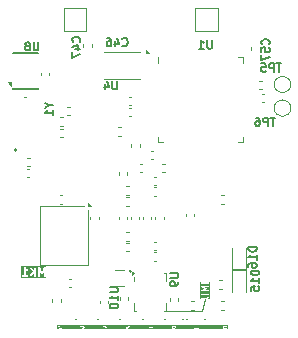
<source format=gbo>
%TF.GenerationSoftware,KiCad,Pcbnew,9.0.0*%
%TF.CreationDate,2025-03-28T20:31:48-04:00*%
%TF.ProjectId,Expansion_Card_Retrofit,45787061-6e73-4696-9f6e-5f436172645f,X1*%
%TF.SameCoordinates,Original*%
%TF.FileFunction,Legend,Bot*%
%TF.FilePolarity,Positive*%
%FSLAX45Y45*%
G04 Gerber Fmt 4.5, Leading zero omitted, Abs format (unit mm)*
G04 Created by KiCad (PCBNEW 9.0.0) date 2025-03-28 20:31:48*
%MOMM*%
%LPD*%
G01*
G04 APERTURE LIST*
%ADD10C,0.075000*%
%ADD11C,0.101600*%
%ADD12C,0.150000*%
%ADD13C,0.120000*%
%ADD14C,0.100000*%
%ADD15C,0.200000*%
%ADD16C,0.140357*%
G04 APERTURE END LIST*
D10*
G36*
X1488004Y22825D02*
G01*
X1489949Y21852D01*
X1490517Y21284D01*
X1491277Y19763D01*
X1491277Y18677D01*
X1490517Y17156D01*
X1489949Y16588D01*
X1488004Y15615D01*
X1483137Y14398D01*
X1476918Y14398D01*
X1472051Y15615D01*
X1470106Y16588D01*
X1469538Y17156D01*
X1468777Y18677D01*
X1468777Y19763D01*
X1469538Y21284D01*
X1470106Y21852D01*
X1472051Y22825D01*
X1476918Y24041D01*
X1483137Y24041D01*
X1488004Y22825D01*
G37*
G36*
X1921260Y24253D02*
G01*
X1923205Y23281D01*
X1925006Y21480D01*
X1925962Y18611D01*
X1925962Y15827D01*
X1903462Y15827D01*
X1903462Y18611D01*
X1904418Y21480D01*
X1906219Y23281D01*
X1908164Y24253D01*
X1913031Y25470D01*
X1916393Y25470D01*
X1921260Y24253D01*
G37*
G36*
X1937212Y720D02*
G01*
X491561Y720D01*
X491561Y22077D01*
X495311Y22077D01*
X495311Y14934D01*
X495348Y14750D01*
X495321Y14668D01*
X495479Y14089D01*
X495597Y13499D01*
X495658Y13438D01*
X495707Y13257D01*
X497136Y10400D01*
X497504Y9925D01*
X497838Y9426D01*
X499267Y7997D01*
X500483Y7184D01*
X503353Y7184D01*
X505383Y9213D01*
X505383Y12083D01*
X504570Y13300D01*
X503572Y14298D01*
X502811Y15820D01*
X502811Y21192D01*
X503572Y22713D01*
X504140Y23281D01*
X505661Y24041D01*
X511033Y24041D01*
X512554Y23281D01*
X513122Y22713D01*
X513883Y21192D01*
X513883Y15820D01*
X513122Y14298D01*
X512124Y13300D01*
X511311Y12083D01*
X511311Y11885D01*
X511186Y11732D01*
X511311Y10476D01*
X511311Y9213D01*
X511451Y9073D01*
X511471Y8876D01*
X512448Y8076D01*
X513341Y7184D01*
X513539Y7184D01*
X513692Y7058D01*
X515149Y6917D01*
X529435Y8346D01*
X530310Y8613D01*
X530497Y8613D01*
X530579Y8695D01*
X530834Y8773D01*
X531634Y9750D01*
X532526Y10642D01*
X532578Y10904D01*
X532652Y10994D01*
X532633Y11180D01*
X532811Y12077D01*
X532811Y26363D01*
X532810Y26369D01*
X688790Y26369D01*
X688790Y23499D01*
X690820Y21470D01*
X692255Y21184D01*
X698505Y21184D01*
X698505Y10649D01*
X698790Y9213D01*
X699226Y8777D01*
X699422Y8191D01*
X700202Y7801D01*
X700819Y7184D01*
X701437Y7184D01*
X701989Y6908D01*
X703440Y7091D01*
X724869Y14234D01*
X726140Y14958D01*
X727424Y17526D01*
X726516Y20248D01*
X723949Y21532D01*
X722497Y21349D01*
X706005Y15851D01*
X706005Y21184D01*
X712255Y21184D01*
X713690Y21470D01*
X714297Y22077D01*
X881698Y22077D01*
X881698Y13506D01*
X881734Y13321D01*
X881707Y13240D01*
X881866Y12660D01*
X881983Y12071D01*
X882044Y12010D01*
X882094Y11829D01*
X883522Y8972D01*
X883890Y8497D01*
X884225Y7997D01*
X885653Y6568D01*
X886870Y5755D01*
X889740Y5755D01*
X891769Y7785D01*
X891769Y10655D01*
X890956Y11872D01*
X889958Y12870D01*
X889198Y14391D01*
X889198Y21192D01*
X889958Y22713D01*
X890526Y23281D01*
X892047Y24041D01*
X897420Y24041D01*
X898941Y23281D01*
X899508Y22713D01*
X900269Y21192D01*
X900269Y17791D01*
X900477Y16746D01*
X900467Y16590D01*
X900520Y16529D01*
X900555Y16356D01*
X901488Y15423D01*
X902357Y14430D01*
X902490Y14421D01*
X902584Y14327D01*
X903903Y14327D01*
X905221Y14239D01*
X905373Y14327D01*
X905454Y14327D01*
X905564Y14437D01*
X906489Y14969D01*
X911698Y19527D01*
X911698Y9220D01*
X911983Y7785D01*
X914013Y5755D01*
X916883Y5755D01*
X918912Y7785D01*
X919198Y9220D01*
X919198Y27791D01*
X1074891Y27791D01*
X1074891Y9220D01*
X1075177Y7785D01*
X1077206Y5755D01*
X1077206Y5755D01*
X1080076Y5755D01*
X1080076Y5755D01*
X1080076Y5756D01*
X1081293Y6568D01*
X1097809Y23085D01*
X1100678Y24041D01*
X1102041Y24041D01*
X1103562Y23281D01*
X1104130Y22713D01*
X1104891Y21192D01*
X1104891Y15820D01*
X1104130Y14298D01*
X1103132Y13300D01*
X1102319Y12083D01*
X1102319Y9214D01*
X1104349Y7184D01*
X1107219Y7184D01*
X1108436Y7997D01*
X1109864Y9425D01*
X1110198Y9925D01*
X1110567Y10400D01*
X1111995Y13257D01*
X1112045Y13438D01*
X1112106Y13499D01*
X1112223Y14088D01*
X1112382Y14668D01*
X1112354Y14750D01*
X1112391Y14934D01*
X1112391Y22077D01*
X1112354Y22261D01*
X1112382Y22343D01*
X1112223Y22923D01*
X1112106Y23512D01*
X1112045Y23573D01*
X1111995Y23754D01*
X1110567Y26611D01*
X1110198Y27086D01*
X1109864Y27586D01*
X1109659Y27791D01*
X1268084Y27791D01*
X1268084Y10649D01*
X1268370Y9213D01*
X1270399Y7184D01*
X1273269Y7184D01*
X1275299Y9213D01*
X1275584Y10649D01*
X1275584Y15470D01*
X1291560Y15470D01*
X1291337Y15183D01*
X1289909Y12325D01*
X1289522Y10914D01*
X1290430Y8191D01*
X1292997Y6908D01*
X1295720Y7816D01*
X1296617Y8972D01*
X1297773Y11284D01*
X1299937Y13448D01*
X1303914Y16100D01*
X1304950Y17133D01*
X1305026Y17512D01*
X1305299Y17785D01*
X1305299Y18877D01*
X1305513Y19948D01*
X1305299Y20269D01*
X1305299Y20649D01*
X1461277Y20649D01*
X1461277Y17791D01*
X1461314Y17607D01*
X1461287Y17526D01*
X1461445Y16946D01*
X1461563Y16356D01*
X1461624Y16296D01*
X1461673Y16114D01*
X1463102Y13257D01*
X1463470Y12783D01*
X1463804Y12282D01*
X1465233Y10854D01*
X1465732Y10521D01*
X1466207Y10152D01*
X1469065Y8723D01*
X1469461Y8615D01*
X1469832Y8439D01*
X1475546Y7010D01*
X1476005Y6988D01*
X1476456Y6898D01*
X1483599Y6898D01*
X1484050Y6988D01*
X1484508Y7010D01*
X1490223Y8439D01*
X1490594Y8615D01*
X1490990Y8723D01*
X1493847Y10152D01*
X1494322Y10520D01*
X1494822Y10854D01*
X1496250Y12282D01*
X1496584Y12782D01*
X1496953Y13257D01*
X1497080Y13512D01*
X1654756Y13512D01*
X1654756Y10642D01*
X1656785Y8613D01*
X1658221Y8327D01*
X1688221Y8327D01*
X1689656Y8613D01*
X1691685Y10642D01*
X1691685Y10642D01*
X1691971Y12077D01*
X1691971Y26363D01*
X1691715Y27648D01*
X1692799Y27648D01*
X1692799Y7934D01*
X1693085Y6499D01*
X1695114Y4470D01*
X1697984Y4470D01*
X1700014Y6499D01*
X1700299Y7934D01*
X1700299Y19220D01*
X1895962Y19220D01*
X1895962Y12077D01*
X1896248Y10642D01*
X1896248Y10642D01*
X1898277Y8613D01*
X1899712Y8327D01*
X1929712Y8327D01*
X1931147Y8613D01*
X1933177Y10642D01*
X1933177Y10642D01*
X1933462Y12077D01*
X1933462Y19220D01*
X1933345Y19810D01*
X1933270Y20406D01*
X1931841Y24692D01*
X1931748Y24855D01*
X1931748Y24941D01*
X1931414Y25440D01*
X1931116Y25963D01*
X1931039Y26001D01*
X1930935Y26157D01*
X1928078Y29014D01*
X1927578Y29349D01*
X1927103Y29717D01*
X1924246Y31145D01*
X1923850Y31254D01*
X1923479Y31429D01*
X1917764Y32858D01*
X1917306Y32880D01*
X1916855Y32970D01*
X1912569Y32970D01*
X1912118Y32880D01*
X1911660Y32858D01*
X1905945Y31429D01*
X1905574Y31254D01*
X1905178Y31145D01*
X1902321Y29717D01*
X1901845Y29348D01*
X1901346Y29014D01*
X1898489Y26157D01*
X1898384Y26001D01*
X1898308Y25963D01*
X1898010Y25441D01*
X1897676Y24941D01*
X1897676Y24855D01*
X1897583Y24691D01*
X1896154Y20406D01*
X1896079Y19809D01*
X1895962Y19220D01*
X1700299Y19220D01*
X1700299Y27648D01*
X1700014Y29084D01*
X1697984Y31113D01*
X1695114Y31113D01*
X1693085Y29084D01*
X1692799Y27648D01*
X1691715Y27648D01*
X1691685Y27798D01*
X1689656Y29827D01*
X1686785Y29827D01*
X1684756Y27798D01*
X1684471Y26363D01*
X1684471Y15827D01*
X1677685Y15827D01*
X1677685Y22077D01*
X1677399Y23512D01*
X1675370Y25542D01*
X1672500Y25542D01*
X1670470Y23512D01*
X1670185Y22077D01*
X1670185Y15827D01*
X1658221Y15827D01*
X1656785Y15542D01*
X1654756Y13512D01*
X1497080Y13512D01*
X1498381Y16114D01*
X1498431Y16296D01*
X1498492Y16356D01*
X1498609Y16946D01*
X1498768Y17526D01*
X1498741Y17607D01*
X1498777Y17791D01*
X1498777Y20649D01*
X1498741Y20833D01*
X1498768Y20914D01*
X1498609Y21494D01*
X1498492Y22084D01*
X1498431Y22144D01*
X1498381Y22326D01*
X1496953Y25183D01*
X1496584Y25658D01*
X1496250Y26157D01*
X1494822Y27586D01*
X1494322Y27920D01*
X1493847Y28288D01*
X1490990Y29717D01*
X1490594Y29825D01*
X1490223Y30001D01*
X1484508Y31429D01*
X1484050Y31452D01*
X1483599Y31541D01*
X1476456Y31541D01*
X1476005Y31452D01*
X1475546Y31429D01*
X1469832Y30001D01*
X1469461Y29825D01*
X1469065Y29717D01*
X1466207Y28288D01*
X1465732Y27919D01*
X1465233Y27586D01*
X1463804Y26157D01*
X1463470Y25657D01*
X1463102Y25183D01*
X1461673Y22326D01*
X1461624Y22144D01*
X1461563Y22084D01*
X1461445Y21494D01*
X1461287Y20914D01*
X1461314Y20833D01*
X1461277Y20649D01*
X1305299Y20649D01*
X1305299Y20655D01*
X1304526Y21428D01*
X1303921Y22336D01*
X1303542Y22412D01*
X1303269Y22684D01*
X1301834Y22970D01*
X1275584Y22970D01*
X1275584Y27791D01*
X1275299Y29226D01*
X1273269Y31256D01*
X1270399Y31256D01*
X1268370Y29226D01*
X1268084Y27791D01*
X1109659Y27791D01*
X1108436Y29014D01*
X1107936Y29349D01*
X1107461Y29717D01*
X1104604Y31145D01*
X1104423Y31195D01*
X1104362Y31256D01*
X1103772Y31373D01*
X1103193Y31532D01*
X1103111Y31505D01*
X1102927Y31541D01*
X1100070Y31541D01*
X1099480Y31424D01*
X1098884Y31349D01*
X1094598Y29920D01*
X1094435Y29827D01*
X1094349Y29827D01*
X1093849Y29493D01*
X1093327Y29196D01*
X1093288Y29119D01*
X1093132Y29014D01*
X1082391Y18273D01*
X1082391Y27791D01*
X1082106Y29226D01*
X1080076Y31256D01*
X1077206Y31256D01*
X1075177Y29226D01*
X1074891Y27791D01*
X919198Y27791D01*
X918990Y28837D01*
X919000Y28993D01*
X918947Y29054D01*
X918912Y29226D01*
X917978Y30160D01*
X917110Y31153D01*
X916977Y31162D01*
X916883Y31256D01*
X915563Y31256D01*
X914246Y31344D01*
X914094Y31256D01*
X914013Y31256D01*
X913902Y31146D01*
X912978Y30613D01*
X906693Y25114D01*
X905945Y26611D01*
X905576Y27086D01*
X905242Y27586D01*
X903814Y29014D01*
X903314Y29349D01*
X902839Y29717D01*
X899982Y31145D01*
X899801Y31195D01*
X899740Y31256D01*
X899150Y31373D01*
X898571Y31532D01*
X898489Y31505D01*
X898305Y31541D01*
X891162Y31541D01*
X890978Y31505D01*
X890896Y31532D01*
X890317Y31373D01*
X889727Y31256D01*
X889666Y31195D01*
X889485Y31145D01*
X886628Y29717D01*
X886153Y29348D01*
X885653Y29014D01*
X884225Y27586D01*
X883891Y27086D01*
X883522Y26611D01*
X882094Y23754D01*
X882044Y23573D01*
X881983Y23512D01*
X881866Y22922D01*
X881707Y22343D01*
X881734Y22261D01*
X881698Y22077D01*
X714297Y22077D01*
X715719Y23499D01*
X715719Y26369D01*
X713690Y28399D01*
X712255Y28684D01*
X706005Y28684D01*
X706005Y29220D01*
X705719Y30655D01*
X703690Y32684D01*
X700819Y32684D01*
X698790Y30655D01*
X698505Y29220D01*
X698505Y28684D01*
X692255Y28684D01*
X690820Y28399D01*
X688790Y26369D01*
X532810Y26369D01*
X532526Y27798D01*
X530497Y29827D01*
X527626Y29827D01*
X525597Y27798D01*
X525311Y26363D01*
X525311Y15471D01*
X521383Y15078D01*
X521383Y22077D01*
X521346Y22261D01*
X521373Y22343D01*
X521214Y22923D01*
X521097Y23512D01*
X521036Y23573D01*
X520987Y23754D01*
X519558Y26611D01*
X519190Y27086D01*
X518856Y27586D01*
X517427Y29014D01*
X516927Y29349D01*
X516453Y29717D01*
X513596Y31145D01*
X513414Y31195D01*
X513354Y31256D01*
X512764Y31373D01*
X512184Y31532D01*
X512103Y31505D01*
X511918Y31541D01*
X504776Y31541D01*
X504591Y31505D01*
X504510Y31532D01*
X503930Y31373D01*
X503341Y31256D01*
X503280Y31195D01*
X503099Y31145D01*
X500241Y29717D01*
X499766Y29348D01*
X499267Y29014D01*
X497838Y27586D01*
X497504Y27086D01*
X497136Y26611D01*
X495707Y23754D01*
X495658Y23573D01*
X495597Y23512D01*
X495479Y22922D01*
X495321Y22343D01*
X495348Y22261D01*
X495311Y22077D01*
X491561Y22077D01*
X491561Y36720D01*
X1937212Y36720D01*
X1937212Y720D01*
G37*
D11*
X1720000Y155000D02*
X1416000Y154000D01*
X1745000Y255000D02*
X1720953Y155003D01*
G36*
X1783893Y254868D02*
G01*
X1702336Y254868D01*
X1702336Y301766D01*
X1709209Y301766D01*
X1709209Y297878D01*
X1711958Y295128D01*
X1713902Y294742D01*
X1759995Y294742D01*
X1763749Y292865D01*
X1765365Y291249D01*
X1767242Y287495D01*
X1767242Y278766D01*
X1765365Y275012D01*
X1763749Y273396D01*
X1759995Y271519D01*
X1713902Y271519D01*
X1711958Y271132D01*
X1709209Y268383D01*
X1709209Y264495D01*
X1711958Y261745D01*
X1713902Y261359D01*
X1761194Y261359D01*
X1761444Y261408D01*
X1761554Y261372D01*
X1762340Y261587D01*
X1763138Y261745D01*
X1763221Y261828D01*
X1763466Y261895D01*
X1769030Y264677D01*
X1769673Y265176D01*
X1770350Y265629D01*
X1773132Y268411D01*
X1773585Y269088D01*
X1774084Y269731D01*
X1776866Y275295D01*
X1776933Y275540D01*
X1777015Y275622D01*
X1777174Y276421D01*
X1777389Y277206D01*
X1777352Y277317D01*
X1777402Y277566D01*
X1777402Y288694D01*
X1777352Y288944D01*
X1777389Y289054D01*
X1777174Y289840D01*
X1777015Y290638D01*
X1776933Y290720D01*
X1776866Y290966D01*
X1774084Y296530D01*
X1773585Y297173D01*
X1773132Y297850D01*
X1770350Y300632D01*
X1769673Y301084D01*
X1769030Y301583D01*
X1763466Y304365D01*
X1763221Y304433D01*
X1763138Y304515D01*
X1762340Y304674D01*
X1761554Y304889D01*
X1761444Y304852D01*
X1761194Y304902D01*
X1713902Y304902D01*
X1711958Y304515D01*
X1709209Y301766D01*
X1702336Y301766D01*
X1702336Y366810D01*
X1708827Y366810D01*
X1709209Y365761D01*
X1709209Y364643D01*
X1709847Y364005D01*
X1710156Y363156D01*
X1711754Y361984D01*
X1743618Y347114D01*
X1711754Y332244D01*
X1710156Y331072D01*
X1709847Y330223D01*
X1709209Y329585D01*
X1709209Y328468D01*
X1708827Y327418D01*
X1709209Y326600D01*
X1709209Y325697D01*
X1709999Y324907D01*
X1710471Y323894D01*
X1711320Y323586D01*
X1711958Y322947D01*
X1713902Y322561D01*
X1772322Y322561D01*
X1774266Y322947D01*
X1777015Y325697D01*
X1777015Y329585D01*
X1774266Y332334D01*
X1772322Y332721D01*
X1736800Y332721D01*
X1757779Y342511D01*
X1758834Y343285D01*
X1759061Y343368D01*
X1759121Y343496D01*
X1759377Y343683D01*
X1759971Y345316D01*
X1760706Y346891D01*
X1760624Y347114D01*
X1760706Y347337D01*
X1759971Y348912D01*
X1759377Y350545D01*
X1759121Y350733D01*
X1759061Y350860D01*
X1758834Y350943D01*
X1757779Y351717D01*
X1736800Y361507D01*
X1772322Y361507D01*
X1774266Y361894D01*
X1777015Y364643D01*
X1777015Y368531D01*
X1774266Y371281D01*
X1772322Y371667D01*
X1713902Y371667D01*
X1711958Y371281D01*
X1711320Y370642D01*
X1710471Y370334D01*
X1709999Y369321D01*
X1709209Y368531D01*
X1709209Y367629D01*
X1708827Y366810D01*
X1702336Y366810D01*
X1702336Y396350D01*
X1709209Y396350D01*
X1709209Y392462D01*
X1711958Y389713D01*
X1713902Y389326D01*
X1772322Y389326D01*
X1774266Y389713D01*
X1777015Y392462D01*
X1777015Y396350D01*
X1774266Y399100D01*
X1772322Y399486D01*
X1713902Y399486D01*
X1711958Y399100D01*
X1709209Y396350D01*
X1702336Y396350D01*
X1702336Y405977D01*
X1783893Y405977D01*
X1783893Y254868D01*
G37*
D12*
X2338333Y1793397D02*
X2298333Y1793397D01*
X2318333Y1723397D02*
X2318333Y1793397D01*
X2275000Y1723397D02*
X2275000Y1793397D01*
X2275000Y1793397D02*
X2248333Y1793397D01*
X2248333Y1793397D02*
X2241667Y1790063D01*
X2241667Y1790063D02*
X2238333Y1786730D01*
X2238333Y1786730D02*
X2235000Y1780063D01*
X2235000Y1780063D02*
X2235000Y1770063D01*
X2235000Y1770063D02*
X2238333Y1763397D01*
X2238333Y1763397D02*
X2241667Y1760063D01*
X2241667Y1760063D02*
X2248333Y1756730D01*
X2248333Y1756730D02*
X2275000Y1756730D01*
X2175000Y1793397D02*
X2188333Y1793397D01*
X2188333Y1793397D02*
X2195000Y1790063D01*
X2195000Y1790063D02*
X2198333Y1786730D01*
X2198333Y1786730D02*
X2205000Y1776730D01*
X2205000Y1776730D02*
X2208333Y1763397D01*
X2208333Y1763397D02*
X2208333Y1736730D01*
X2208333Y1736730D02*
X2205000Y1730063D01*
X2205000Y1730063D02*
X2201667Y1726730D01*
X2201667Y1726730D02*
X2195000Y1723397D01*
X2195000Y1723397D02*
X2181667Y1723397D01*
X2181667Y1723397D02*
X2175000Y1726730D01*
X2175000Y1726730D02*
X2171667Y1730063D01*
X2171667Y1730063D02*
X2168333Y1736730D01*
X2168333Y1736730D02*
X2168333Y1753397D01*
X2168333Y1753397D02*
X2171667Y1760063D01*
X2171667Y1760063D02*
X2175000Y1763397D01*
X2175000Y1763397D02*
X2181667Y1766730D01*
X2181667Y1766730D02*
X2195000Y1766730D01*
X2195000Y1766730D02*
X2201667Y1763397D01*
X2201667Y1763397D02*
X2205000Y1760063D01*
X2205000Y1760063D02*
X2208333Y1753397D01*
G36*
X401944Y438119D02*
G01*
X184866Y438119D01*
X184866Y454860D01*
X192644Y454860D01*
X192644Y451933D01*
X193764Y449230D01*
X195833Y447161D01*
X198537Y446041D01*
X200000Y445897D01*
X240000Y445897D01*
X241463Y446041D01*
X244167Y447161D01*
X246236Y449230D01*
X247356Y451933D01*
X247356Y453805D01*
X259178Y453805D01*
X259592Y450908D01*
X261082Y448390D01*
X263424Y446634D01*
X266258Y445908D01*
X269155Y446322D01*
X271673Y447813D01*
X272667Y448897D01*
X297478Y481979D01*
X299167Y480290D01*
X299167Y453397D01*
X299311Y451933D01*
X300431Y449230D01*
X302500Y447161D01*
X305203Y446041D01*
X308130Y446041D01*
X310833Y447161D01*
X312903Y449230D01*
X314023Y451933D01*
X314167Y453397D01*
X314167Y523397D01*
X332500Y523397D01*
X332500Y453397D01*
X332644Y451933D01*
X333764Y449230D01*
X335833Y447161D01*
X338537Y446041D01*
X341463Y446041D01*
X344167Y447161D01*
X346236Y449230D01*
X347356Y451933D01*
X347500Y453397D01*
X347500Y489590D01*
X356537Y470225D01*
X356854Y469689D01*
X356920Y469508D01*
X357038Y469379D01*
X357286Y468960D01*
X358127Y468190D01*
X358897Y467350D01*
X359199Y467209D01*
X359444Y466984D01*
X360515Y466594D01*
X361548Y466112D01*
X361882Y466097D01*
X362194Y465984D01*
X363333Y466034D01*
X364472Y465984D01*
X364785Y466098D01*
X365118Y466112D01*
X366151Y466594D01*
X367222Y466984D01*
X367468Y467209D01*
X367770Y467350D01*
X368540Y468190D01*
X369380Y468960D01*
X369629Y469379D01*
X369746Y469508D01*
X369812Y469689D01*
X370130Y470225D01*
X379167Y489590D01*
X379167Y453397D01*
X379311Y451933D01*
X380431Y449230D01*
X382500Y447161D01*
X385203Y446041D01*
X388130Y446041D01*
X390833Y447161D01*
X392903Y449230D01*
X394022Y451933D01*
X394167Y453397D01*
X394167Y523397D01*
X394072Y524359D01*
X394080Y524536D01*
X394045Y524630D01*
X394022Y524860D01*
X393524Y526063D01*
X393080Y527286D01*
X392967Y527409D01*
X392903Y527564D01*
X391983Y528484D01*
X391103Y529444D01*
X390951Y529515D01*
X390833Y529633D01*
X389632Y530130D01*
X388451Y530681D01*
X388284Y530689D01*
X388130Y530753D01*
X386829Y530753D01*
X385528Y530810D01*
X385370Y530753D01*
X385203Y530753D01*
X384001Y530255D01*
X382778Y529810D01*
X382654Y529697D01*
X382500Y529633D01*
X381580Y528713D01*
X380620Y527833D01*
X380502Y527635D01*
X380431Y527564D01*
X380363Y527400D01*
X379870Y526568D01*
X363333Y491132D01*
X346796Y526568D01*
X346304Y527400D01*
X346236Y527564D01*
X346164Y527635D01*
X346047Y527833D01*
X345087Y528712D01*
X344167Y529633D01*
X344012Y529697D01*
X343889Y529810D01*
X342666Y530255D01*
X341463Y530753D01*
X341296Y530753D01*
X341139Y530810D01*
X339839Y530753D01*
X338537Y530753D01*
X338382Y530689D01*
X338215Y530681D01*
X337035Y530131D01*
X335833Y529633D01*
X335715Y529515D01*
X335563Y529444D01*
X334684Y528484D01*
X333764Y527564D01*
X333700Y527409D01*
X333587Y527286D01*
X333142Y526063D01*
X332644Y524860D01*
X332621Y524630D01*
X332587Y524536D01*
X332595Y524359D01*
X332500Y523397D01*
X314167Y523397D01*
X314023Y524860D01*
X312903Y527564D01*
X310833Y529633D01*
X308130Y530753D01*
X305203Y530753D01*
X302500Y529633D01*
X300431Y527564D01*
X299311Y524860D01*
X299167Y523397D01*
X299167Y501503D01*
X271970Y528700D01*
X270833Y529633D01*
X268130Y530753D01*
X265204Y530753D01*
X262500Y529633D01*
X260431Y527564D01*
X259311Y524860D01*
X259311Y521934D01*
X260431Y519230D01*
X261363Y518093D01*
X286764Y492693D01*
X260667Y457897D01*
X259904Y456640D01*
X259178Y453805D01*
X247356Y453805D01*
X247356Y454860D01*
X246236Y457563D01*
X244167Y459633D01*
X241463Y460753D01*
X240000Y460897D01*
X227500Y460897D01*
X227500Y501957D01*
X228030Y501427D01*
X228605Y500955D01*
X228735Y500805D01*
X228961Y500663D01*
X229166Y500494D01*
X229349Y500418D01*
X229979Y500022D01*
X236646Y496688D01*
X238019Y496163D01*
X240938Y495956D01*
X243714Y496881D01*
X245925Y498798D01*
X247234Y501416D01*
X247441Y504335D01*
X246516Y507111D01*
X244598Y509322D01*
X243354Y510105D01*
X237776Y512894D01*
X232495Y518175D01*
X226240Y527557D01*
X226237Y527561D01*
X226236Y527564D01*
X226231Y527569D01*
X225309Y528695D01*
X224692Y529108D01*
X224167Y529633D01*
X223488Y529914D01*
X222877Y530323D01*
X222149Y530469D01*
X221463Y530753D01*
X220728Y530753D01*
X220008Y530897D01*
X219279Y530753D01*
X218537Y530753D01*
X217858Y530471D01*
X217137Y530329D01*
X216519Y529917D01*
X215833Y529633D01*
X215313Y529113D01*
X214702Y528706D01*
X214289Y528089D01*
X213764Y527564D01*
X213483Y526885D01*
X213074Y526274D01*
X212928Y525546D01*
X212644Y524860D01*
X212501Y523412D01*
X212500Y523405D01*
X212500Y523402D01*
X212500Y523397D01*
X212500Y460897D01*
X200000Y460897D01*
X198537Y460753D01*
X195833Y459633D01*
X193764Y457563D01*
X192644Y454860D01*
X184866Y454860D01*
X184866Y538675D01*
X401944Y538675D01*
X401944Y438119D01*
G37*
X423270Y1898333D02*
X456603Y1898333D01*
X386603Y1921667D02*
X423270Y1898333D01*
X423270Y1898333D02*
X386603Y1875000D01*
X456603Y1815000D02*
X456603Y1855000D01*
X456603Y1835000D02*
X386603Y1835000D01*
X386603Y1835000D02*
X396603Y1841667D01*
X396603Y1841667D02*
X403270Y1848333D01*
X403270Y1848333D02*
X406603Y1855000D01*
X998333Y2103397D02*
X998333Y2046730D01*
X998333Y2046730D02*
X995000Y2040063D01*
X995000Y2040063D02*
X991667Y2036730D01*
X991667Y2036730D02*
X985000Y2033397D01*
X985000Y2033397D02*
X971667Y2033397D01*
X971667Y2033397D02*
X965000Y2036730D01*
X965000Y2036730D02*
X961667Y2040063D01*
X961667Y2040063D02*
X958333Y2046730D01*
X958333Y2046730D02*
X958333Y2103397D01*
X895000Y2080063D02*
X895000Y2033397D01*
X911667Y2106730D02*
X928333Y2056730D01*
X928333Y2056730D02*
X885000Y2056730D01*
X333333Y2433397D02*
X333333Y2376730D01*
X333333Y2376730D02*
X330000Y2370063D01*
X330000Y2370063D02*
X326667Y2366730D01*
X326667Y2366730D02*
X320000Y2363397D01*
X320000Y2363397D02*
X306667Y2363397D01*
X306667Y2363397D02*
X300000Y2366730D01*
X300000Y2366730D02*
X296667Y2370063D01*
X296667Y2370063D02*
X293333Y2376730D01*
X293333Y2376730D02*
X293333Y2433397D01*
X250000Y2403397D02*
X256667Y2406730D01*
X256667Y2406730D02*
X260000Y2410063D01*
X260000Y2410063D02*
X263333Y2416730D01*
X263333Y2416730D02*
X263333Y2420063D01*
X263333Y2420063D02*
X260000Y2426730D01*
X260000Y2426730D02*
X256667Y2430063D01*
X256667Y2430063D02*
X250000Y2433397D01*
X250000Y2433397D02*
X236667Y2433397D01*
X236667Y2433397D02*
X230000Y2430063D01*
X230000Y2430063D02*
X226667Y2426730D01*
X226667Y2426730D02*
X223333Y2420063D01*
X223333Y2420063D02*
X223333Y2416730D01*
X223333Y2416730D02*
X226667Y2410063D01*
X226667Y2410063D02*
X230000Y2406730D01*
X230000Y2406730D02*
X236667Y2403397D01*
X236667Y2403397D02*
X250000Y2403397D01*
X250000Y2403397D02*
X256667Y2400063D01*
X256667Y2400063D02*
X260000Y2396730D01*
X260000Y2396730D02*
X263333Y2390063D01*
X263333Y2390063D02*
X263333Y2376730D01*
X263333Y2376730D02*
X260000Y2370063D01*
X260000Y2370063D02*
X256667Y2366730D01*
X256667Y2366730D02*
X250000Y2363397D01*
X250000Y2363397D02*
X236667Y2363397D01*
X236667Y2363397D02*
X230000Y2366730D01*
X230000Y2366730D02*
X226667Y2370063D01*
X226667Y2370063D02*
X223333Y2376730D01*
X223333Y2376730D02*
X223333Y2390063D01*
X223333Y2390063D02*
X226667Y2396730D01*
X226667Y2396730D02*
X230000Y2400063D01*
X230000Y2400063D02*
X236667Y2403397D01*
X1803333Y2448397D02*
X1803333Y2391730D01*
X1803333Y2391730D02*
X1800000Y2385063D01*
X1800000Y2385063D02*
X1796667Y2381730D01*
X1796667Y2381730D02*
X1790000Y2378397D01*
X1790000Y2378397D02*
X1776667Y2378397D01*
X1776667Y2378397D02*
X1770000Y2381730D01*
X1770000Y2381730D02*
X1766667Y2385063D01*
X1766667Y2385063D02*
X1763333Y2391730D01*
X1763333Y2391730D02*
X1763333Y2448397D01*
X1693333Y2378397D02*
X1733333Y2378397D01*
X1713333Y2378397D02*
X1713333Y2448397D01*
X1713333Y2448397D02*
X1720000Y2438397D01*
X1720000Y2438397D02*
X1726667Y2431730D01*
X1726667Y2431730D02*
X1733333Y2428397D01*
X2201603Y500000D02*
X2131603Y500000D01*
X2131603Y500000D02*
X2131603Y483333D01*
X2131603Y483333D02*
X2134937Y473333D01*
X2134937Y473333D02*
X2141603Y466667D01*
X2141603Y466667D02*
X2148270Y463333D01*
X2148270Y463333D02*
X2161603Y460000D01*
X2161603Y460000D02*
X2171603Y460000D01*
X2171603Y460000D02*
X2184937Y463333D01*
X2184937Y463333D02*
X2191603Y466667D01*
X2191603Y466667D02*
X2198270Y473333D01*
X2198270Y473333D02*
X2201603Y483333D01*
X2201603Y483333D02*
X2201603Y500000D01*
X2201603Y393333D02*
X2201603Y433333D01*
X2201603Y413333D02*
X2131603Y413333D01*
X2131603Y413333D02*
X2141603Y420000D01*
X2141603Y420000D02*
X2148270Y426667D01*
X2148270Y426667D02*
X2151603Y433333D01*
X2131603Y330000D02*
X2131603Y363333D01*
X2131603Y363333D02*
X2164937Y366667D01*
X2164937Y366667D02*
X2161603Y363333D01*
X2161603Y363333D02*
X2158270Y356667D01*
X2158270Y356667D02*
X2158270Y340000D01*
X2158270Y340000D02*
X2161603Y333333D01*
X2161603Y333333D02*
X2164937Y330000D01*
X2164937Y330000D02*
X2171603Y326667D01*
X2171603Y326667D02*
X2188270Y326667D01*
X2188270Y326667D02*
X2194937Y330000D01*
X2194937Y330000D02*
X2198270Y333333D01*
X2198270Y333333D02*
X2201603Y340000D01*
X2201603Y340000D02*
X2201603Y356667D01*
X2201603Y356667D02*
X2198270Y363333D01*
X2198270Y363333D02*
X2194937Y366667D01*
X1045000Y2405063D02*
X1048333Y2401730D01*
X1048333Y2401730D02*
X1058333Y2398397D01*
X1058333Y2398397D02*
X1065000Y2398397D01*
X1065000Y2398397D02*
X1075000Y2401730D01*
X1075000Y2401730D02*
X1081667Y2408397D01*
X1081667Y2408397D02*
X1085000Y2415063D01*
X1085000Y2415063D02*
X1088333Y2428397D01*
X1088333Y2428397D02*
X1088333Y2438397D01*
X1088333Y2438397D02*
X1085000Y2451730D01*
X1085000Y2451730D02*
X1081667Y2458397D01*
X1081667Y2458397D02*
X1075000Y2465063D01*
X1075000Y2465063D02*
X1065000Y2468397D01*
X1065000Y2468397D02*
X1058333Y2468397D01*
X1058333Y2468397D02*
X1048333Y2465063D01*
X1048333Y2465063D02*
X1045000Y2461730D01*
X985000Y2445063D02*
X985000Y2398397D01*
X1001667Y2471730D02*
X1018333Y2421730D01*
X1018333Y2421730D02*
X975000Y2421730D01*
X918333Y2468397D02*
X931667Y2468397D01*
X931667Y2468397D02*
X938333Y2465063D01*
X938333Y2465063D02*
X941667Y2461730D01*
X941667Y2461730D02*
X948333Y2451730D01*
X948333Y2451730D02*
X951667Y2438397D01*
X951667Y2438397D02*
X951667Y2411730D01*
X951667Y2411730D02*
X948333Y2405063D01*
X948333Y2405063D02*
X945000Y2401730D01*
X945000Y2401730D02*
X938333Y2398397D01*
X938333Y2398397D02*
X925000Y2398397D01*
X925000Y2398397D02*
X918333Y2401730D01*
X918333Y2401730D02*
X915000Y2405063D01*
X915000Y2405063D02*
X911667Y2411730D01*
X911667Y2411730D02*
X911667Y2428397D01*
X911667Y2428397D02*
X915000Y2435063D01*
X915000Y2435063D02*
X918333Y2438397D01*
X918333Y2438397D02*
X925000Y2441730D01*
X925000Y2441730D02*
X938333Y2441730D01*
X938333Y2441730D02*
X945000Y2438397D01*
X945000Y2438397D02*
X948333Y2435063D01*
X948333Y2435063D02*
X951667Y2428397D01*
X936603Y356667D02*
X993270Y356667D01*
X993270Y356667D02*
X999937Y353333D01*
X999937Y353333D02*
X1003270Y350000D01*
X1003270Y350000D02*
X1006603Y343333D01*
X1006603Y343333D02*
X1006603Y330000D01*
X1006603Y330000D02*
X1003270Y323333D01*
X1003270Y323333D02*
X999937Y320000D01*
X999937Y320000D02*
X993270Y316667D01*
X993270Y316667D02*
X936603Y316667D01*
X1006603Y246667D02*
X1006603Y286667D01*
X1006603Y266667D02*
X936603Y266667D01*
X936603Y266667D02*
X946603Y273333D01*
X946603Y273333D02*
X953270Y280000D01*
X953270Y280000D02*
X956603Y286667D01*
X936603Y203333D02*
X936603Y196667D01*
X936603Y196667D02*
X939937Y190000D01*
X939937Y190000D02*
X943270Y186667D01*
X943270Y186667D02*
X949937Y183333D01*
X949937Y183333D02*
X963270Y180000D01*
X963270Y180000D02*
X979937Y180000D01*
X979937Y180000D02*
X993270Y183333D01*
X993270Y183333D02*
X999937Y186667D01*
X999937Y186667D02*
X1003270Y190000D01*
X1003270Y190000D02*
X1006603Y196667D01*
X1006603Y196667D02*
X1006603Y203333D01*
X1006603Y203333D02*
X1003270Y210000D01*
X1003270Y210000D02*
X999937Y213333D01*
X999937Y213333D02*
X993270Y216667D01*
X993270Y216667D02*
X979937Y220000D01*
X979937Y220000D02*
X963270Y220000D01*
X963270Y220000D02*
X949937Y216667D01*
X949937Y216667D02*
X943270Y213333D01*
X943270Y213333D02*
X939937Y210000D01*
X939937Y210000D02*
X936603Y203333D01*
X2284937Y2415000D02*
X2288270Y2418333D01*
X2288270Y2418333D02*
X2291603Y2428333D01*
X2291603Y2428333D02*
X2291603Y2435000D01*
X2291603Y2435000D02*
X2288270Y2445000D01*
X2288270Y2445000D02*
X2281603Y2451667D01*
X2281603Y2451667D02*
X2274937Y2455000D01*
X2274937Y2455000D02*
X2261603Y2458333D01*
X2261603Y2458333D02*
X2251603Y2458333D01*
X2251603Y2458333D02*
X2238270Y2455000D01*
X2238270Y2455000D02*
X2231603Y2451667D01*
X2231603Y2451667D02*
X2224937Y2445000D01*
X2224937Y2445000D02*
X2221603Y2435000D01*
X2221603Y2435000D02*
X2221603Y2428333D01*
X2221603Y2428333D02*
X2224937Y2418333D01*
X2224937Y2418333D02*
X2228270Y2415000D01*
X2221603Y2351667D02*
X2221603Y2385000D01*
X2221603Y2385000D02*
X2254937Y2388333D01*
X2254937Y2388333D02*
X2251603Y2385000D01*
X2251603Y2385000D02*
X2248270Y2378333D01*
X2248270Y2378333D02*
X2248270Y2361667D01*
X2248270Y2361667D02*
X2251603Y2355000D01*
X2251603Y2355000D02*
X2254937Y2351667D01*
X2254937Y2351667D02*
X2261603Y2348333D01*
X2261603Y2348333D02*
X2278270Y2348333D01*
X2278270Y2348333D02*
X2284937Y2351667D01*
X2284937Y2351667D02*
X2288270Y2355000D01*
X2288270Y2355000D02*
X2291603Y2361667D01*
X2291603Y2361667D02*
X2291603Y2378333D01*
X2291603Y2378333D02*
X2288270Y2385000D01*
X2288270Y2385000D02*
X2284937Y2388333D01*
X2221603Y2325000D02*
X2221603Y2278333D01*
X2221603Y2278333D02*
X2291603Y2308333D01*
X682937Y2436000D02*
X686270Y2439333D01*
X686270Y2439333D02*
X689603Y2449333D01*
X689603Y2449333D02*
X689603Y2456000D01*
X689603Y2456000D02*
X686270Y2466000D01*
X686270Y2466000D02*
X679603Y2472667D01*
X679603Y2472667D02*
X672937Y2476000D01*
X672937Y2476000D02*
X659603Y2479333D01*
X659603Y2479333D02*
X649603Y2479333D01*
X649603Y2479333D02*
X636270Y2476000D01*
X636270Y2476000D02*
X629603Y2472667D01*
X629603Y2472667D02*
X622937Y2466000D01*
X622937Y2466000D02*
X619603Y2456000D01*
X619603Y2456000D02*
X619603Y2449333D01*
X619603Y2449333D02*
X622937Y2439333D01*
X622937Y2439333D02*
X626270Y2436000D01*
X642937Y2376000D02*
X689603Y2376000D01*
X616270Y2392667D02*
X666270Y2409333D01*
X666270Y2409333D02*
X666270Y2366000D01*
X619603Y2346000D02*
X619603Y2299333D01*
X619603Y2299333D02*
X689603Y2329333D01*
X2181603Y698000D02*
X2111603Y698000D01*
X2111603Y698000D02*
X2111603Y681333D01*
X2111603Y681333D02*
X2114937Y671333D01*
X2114937Y671333D02*
X2121603Y664667D01*
X2121603Y664667D02*
X2128270Y661333D01*
X2128270Y661333D02*
X2141603Y658000D01*
X2141603Y658000D02*
X2151603Y658000D01*
X2151603Y658000D02*
X2164937Y661333D01*
X2164937Y661333D02*
X2171603Y664667D01*
X2171603Y664667D02*
X2178270Y671333D01*
X2178270Y671333D02*
X2181603Y681333D01*
X2181603Y681333D02*
X2181603Y698000D01*
X2181603Y591333D02*
X2181603Y631333D01*
X2181603Y611333D02*
X2111603Y611333D01*
X2111603Y611333D02*
X2121603Y618000D01*
X2121603Y618000D02*
X2128270Y624667D01*
X2128270Y624667D02*
X2131603Y631333D01*
X2111603Y531333D02*
X2111603Y544667D01*
X2111603Y544667D02*
X2114937Y551333D01*
X2114937Y551333D02*
X2118270Y554667D01*
X2118270Y554667D02*
X2128270Y561333D01*
X2128270Y561333D02*
X2141603Y564667D01*
X2141603Y564667D02*
X2168270Y564667D01*
X2168270Y564667D02*
X2174937Y561333D01*
X2174937Y561333D02*
X2178270Y558000D01*
X2178270Y558000D02*
X2181603Y551333D01*
X2181603Y551333D02*
X2181603Y538000D01*
X2181603Y538000D02*
X2178270Y531333D01*
X2178270Y531333D02*
X2174937Y528000D01*
X2174937Y528000D02*
X2168270Y524667D01*
X2168270Y524667D02*
X2151603Y524667D01*
X2151603Y524667D02*
X2144937Y528000D01*
X2144937Y528000D02*
X2141603Y531333D01*
X2141603Y531333D02*
X2138270Y538000D01*
X2138270Y538000D02*
X2138270Y551333D01*
X2138270Y551333D02*
X2141603Y558000D01*
X2141603Y558000D02*
X2144937Y561333D01*
X2144937Y561333D02*
X2151603Y564667D01*
X1446603Y478333D02*
X1503270Y478333D01*
X1503270Y478333D02*
X1509937Y475000D01*
X1509937Y475000D02*
X1513270Y471667D01*
X1513270Y471667D02*
X1516603Y465000D01*
X1516603Y465000D02*
X1516603Y451667D01*
X1516603Y451667D02*
X1513270Y445000D01*
X1513270Y445000D02*
X1509937Y441667D01*
X1509937Y441667D02*
X1503270Y438333D01*
X1503270Y438333D02*
X1446603Y438333D01*
X1516603Y401667D02*
X1516603Y388333D01*
X1516603Y388333D02*
X1513270Y381667D01*
X1513270Y381667D02*
X1509937Y378333D01*
X1509937Y378333D02*
X1499937Y371667D01*
X1499937Y371667D02*
X1486603Y368333D01*
X1486603Y368333D02*
X1459937Y368333D01*
X1459937Y368333D02*
X1453270Y371667D01*
X1453270Y371667D02*
X1449937Y375000D01*
X1449937Y375000D02*
X1446603Y381667D01*
X1446603Y381667D02*
X1446603Y395000D01*
X1446603Y395000D02*
X1449937Y401667D01*
X1449937Y401667D02*
X1453270Y405000D01*
X1453270Y405000D02*
X1459937Y408333D01*
X1459937Y408333D02*
X1476603Y408333D01*
X1476603Y408333D02*
X1483270Y405000D01*
X1483270Y405000D02*
X1486603Y401667D01*
X1486603Y401667D02*
X1489937Y395000D01*
X1489937Y395000D02*
X1489937Y381667D01*
X1489937Y381667D02*
X1486603Y375000D01*
X1486603Y375000D02*
X1483270Y371667D01*
X1483270Y371667D02*
X1476603Y368333D01*
X2388333Y2253397D02*
X2348333Y2253397D01*
X2368333Y2183397D02*
X2368333Y2253397D01*
X2325000Y2183397D02*
X2325000Y2253397D01*
X2325000Y2253397D02*
X2298333Y2253397D01*
X2298333Y2253397D02*
X2291667Y2250063D01*
X2291667Y2250063D02*
X2288333Y2246730D01*
X2288333Y2246730D02*
X2285000Y2240063D01*
X2285000Y2240063D02*
X2285000Y2230063D01*
X2285000Y2230063D02*
X2288333Y2223397D01*
X2288333Y2223397D02*
X2291667Y2220063D01*
X2291667Y2220063D02*
X2298333Y2216730D01*
X2298333Y2216730D02*
X2325000Y2216730D01*
X2221667Y2253397D02*
X2255000Y2253397D01*
X2255000Y2253397D02*
X2258333Y2220063D01*
X2258333Y2220063D02*
X2255000Y2223397D01*
X2255000Y2223397D02*
X2248333Y2226730D01*
X2248333Y2226730D02*
X2231667Y2226730D01*
X2231667Y2226730D02*
X2225000Y2223397D01*
X2225000Y2223397D02*
X2221667Y2220063D01*
X2221667Y2220063D02*
X2218333Y2213397D01*
X2218333Y2213397D02*
X2218333Y2196730D01*
X2218333Y2196730D02*
X2221667Y2190063D01*
X2221667Y2190063D02*
X2225000Y2186730D01*
X2225000Y2186730D02*
X2231667Y2183397D01*
X2231667Y2183397D02*
X2248333Y2183397D01*
X2248333Y2183397D02*
X2255000Y2186730D01*
X2255000Y2186730D02*
X2258333Y2190063D01*
D13*
%TO.C,C22*%
X1516000Y265784D02*
X1516000Y244216D01*
X1444000Y265784D02*
X1444000Y244216D01*
%TO.C,TP2*%
X550000Y2720000D02*
X550000Y2530000D01*
X550000Y2530000D02*
X740000Y2530000D01*
X740000Y2720000D02*
X550000Y2720000D01*
X740000Y2530000D02*
X740000Y2720000D01*
%TO.C,TP4*%
X1660000Y2720000D02*
X1660000Y2530000D01*
X1660000Y2530000D02*
X1850000Y2530000D01*
X1850000Y2720000D02*
X1660000Y2720000D01*
X1850000Y2530000D02*
X1850000Y2720000D01*
%TO.C,C66*%
X1881716Y1138500D02*
X1903284Y1138500D01*
X1881716Y1066500D02*
X1903284Y1066500D01*
%TO.C,C21*%
X1629216Y241000D02*
X1650784Y241000D01*
X1629216Y169000D02*
X1650784Y169000D01*
D14*
%TO.C,D10*%
X1564000Y85000D02*
G75*
G02*
X1554000Y85000I-5000J0D01*
G01*
X1554000Y85000D02*
G75*
G02*
X1564000Y85000I5000J0D01*
G01*
D13*
%TO.C,TP6*%
X2470000Y1875000D02*
G75*
G02*
X2330000Y1875000I-70000J0D01*
G01*
X2330000Y1875000D02*
G75*
G02*
X2470000Y1875000I70000J0D01*
G01*
%TO.C,MK1*%
X350000Y1045000D02*
X350000Y545000D01*
X350000Y1045000D02*
X720000Y1045000D01*
X350000Y545000D02*
X750000Y545000D01*
X750000Y1015000D02*
X750000Y545000D01*
X778000Y1045000D02*
X750000Y1045000D01*
X750000Y1073000D01*
X778000Y1045000D01*
G36*
X778000Y1045000D02*
G01*
X750000Y1045000D01*
X750000Y1073000D01*
X778000Y1045000D01*
G37*
%TO.C,C106*%
X1099784Y1122000D02*
X1078216Y1122000D01*
X1099784Y1050000D02*
X1078216Y1050000D01*
%TO.C,C103*%
X1079216Y826000D02*
X1100784Y826000D01*
X1079216Y754000D02*
X1100784Y754000D01*
D15*
%TO.C,Y1*%
X150000Y1520000D02*
G75*
G02*
X130000Y1520000I-10000J0D01*
G01*
X130000Y1520000D02*
G75*
G02*
X150000Y1520000I10000J0D01*
G01*
D14*
%TO.C,D5*%
X845500Y85000D02*
G75*
G02*
X835500Y85000I-5000J0D01*
G01*
X835500Y85000D02*
G75*
G02*
X845500Y85000I5000J0D01*
G01*
D13*
%TO.C,U4*%
X1190250Y2348750D02*
X890250Y2348750D01*
X1190250Y2121750D02*
X890250Y2121750D01*
X1273250Y2340250D02*
X1245250Y2340250D01*
X1245250Y2368250D01*
X1273250Y2340250D01*
G36*
X1273250Y2340250D02*
G01*
X1245250Y2340250D01*
X1245250Y2368250D01*
X1273250Y2340250D01*
G37*
%TO.C,C90*%
X538284Y1796000D02*
X516716Y1796000D01*
X538284Y1724000D02*
X516716Y1724000D01*
%TO.C,C86*%
X209216Y2043000D02*
X230784Y2043000D01*
X209216Y1971000D02*
X230784Y1971000D01*
%TO.C,C18*%
X854000Y245784D02*
X854000Y224216D01*
X926000Y245784D02*
X926000Y224216D01*
D12*
%TO.C,U8*%
X122500Y2345000D02*
X122500Y2342500D01*
X122500Y2345000D02*
X332500Y2345000D01*
X122500Y2042500D02*
X122500Y2040000D01*
X122500Y2040000D02*
X332500Y2040000D01*
X332500Y2345000D02*
X332500Y2342500D01*
X332500Y2042500D02*
X332500Y2040000D01*
D13*
X102500Y2064500D02*
X74500Y2092500D01*
X102500Y2092500D01*
X102500Y2064500D01*
G36*
X102500Y2064500D02*
G01*
X74500Y2092500D01*
X102500Y2092500D01*
X102500Y2064500D01*
G37*
%TO.C,U1*%
X1346500Y2261000D02*
X1346500Y2306000D01*
X1346500Y1629000D02*
X1346500Y1584000D01*
X1346500Y1584000D02*
X1391500Y1584000D01*
X2068500Y2306000D02*
X2023500Y2306000D01*
X2068500Y2261000D02*
X2068500Y2306000D01*
X2068500Y1629000D02*
X2068500Y1584000D01*
X2068500Y1584000D02*
X2023500Y1584000D01*
%TO.C,C34*%
X449000Y258284D02*
X449000Y236716D01*
X521000Y258284D02*
X521000Y236716D01*
%TO.C,D15*%
X1970000Y502500D02*
X2092000Y502500D01*
X1970000Y321000D02*
X1970000Y502500D01*
X2092000Y502500D02*
X2092000Y321000D01*
%TO.C,C12*%
X258284Y1456000D02*
X236716Y1456000D01*
X258284Y1384000D02*
X236716Y1384000D01*
%TO.C,C73*%
X1863216Y417000D02*
X1884784Y417000D01*
X1863216Y345000D02*
X1884784Y345000D01*
%TO.C,C74*%
X1881216Y241000D02*
X1902784Y241000D01*
X1881216Y169000D02*
X1902784Y169000D01*
%TO.C,C14*%
X1120784Y1972000D02*
X1099216Y1972000D01*
X1120784Y1900000D02*
X1099216Y1900000D01*
%TO.C,C26*%
X536784Y1138000D02*
X515216Y1138000D01*
X536784Y1066000D02*
X515216Y1066000D01*
%TO.C,C17*%
X1024000Y275784D02*
X1024000Y254216D01*
X1096000Y275784D02*
X1096000Y254216D01*
D14*
%TO.C,D2*%
X1407750Y85000D02*
G75*
G02*
X1397750Y85000I-5000J0D01*
G01*
X1397750Y85000D02*
G75*
G02*
X1407750Y85000I5000J0D01*
G01*
D13*
%TO.C,C107*%
X1217000Y953784D02*
X1217000Y932216D01*
X1289000Y953784D02*
X1289000Y932216D01*
%TO.C,U10*%
X1060000Y505000D02*
X980000Y505000D01*
X1060000Y373000D02*
X980000Y373000D01*
D16*
X1118053Y494000D02*
G75*
G02*
X1104018Y494000I-7018J0D01*
G01*
X1104018Y494000D02*
G75*
G02*
X1118053Y494000I7018J0D01*
G01*
D13*
%TO.C,C40*%
X1014000Y1308716D02*
X1014000Y1330284D01*
X1086000Y1308716D02*
X1086000Y1330284D01*
%TO.C,C8*%
X2225216Y1997000D02*
X2246784Y1997000D01*
X2225216Y1925000D02*
X2246784Y1925000D01*
%TO.C,C13*%
X257784Y1363500D02*
X236216Y1363500D01*
X257784Y1291500D02*
X236216Y1291500D01*
%TO.C,C35*%
X613284Y428500D02*
X591716Y428500D01*
X613284Y356500D02*
X591716Y356500D01*
%TO.C,C57*%
X2134000Y2366716D02*
X2134000Y2388284D01*
X2206000Y2366716D02*
X2206000Y2388284D01*
%TO.C,C109*%
X1115000Y932216D02*
X1115000Y953784D01*
X1187000Y932216D02*
X1187000Y953784D01*
%TO.C,C110*%
X1015000Y953784D02*
X1015000Y932216D01*
X1087000Y953784D02*
X1087000Y932216D01*
%TO.C,C108*%
X1322000Y932216D02*
X1322000Y953784D01*
X1394000Y932216D02*
X1394000Y953784D01*
%TO.C,C15*%
X1099216Y1878500D02*
X1120784Y1878500D01*
X1099216Y1806500D02*
X1120784Y1806500D01*
%TO.C,C52*%
X598784Y1888500D02*
X577216Y1888500D01*
X598784Y1816500D02*
X577216Y1816500D01*
%TO.C,C65*%
X1579000Y980784D02*
X1579000Y959216D01*
X1651000Y980784D02*
X1651000Y959216D01*
%TO.C,C47*%
X714000Y2392216D02*
X714000Y2413784D01*
X786000Y2392216D02*
X786000Y2413784D01*
%TO.C,D16*%
X1971000Y509500D02*
X1971000Y691000D01*
X2093000Y691000D02*
X2093000Y509500D01*
X2093000Y509500D02*
X1971000Y509500D01*
%TO.C,C101*%
X1329784Y745000D02*
X1308216Y745000D01*
X1329784Y673000D02*
X1308216Y673000D01*
%TO.C,C42*%
X1030784Y1711000D02*
X1009216Y1711000D01*
X1030784Y1639000D02*
X1009216Y1639000D01*
D14*
%TO.C,D4*%
X1032750Y85000D02*
G75*
G02*
X1022750Y85000I-5000J0D01*
G01*
X1022750Y85000D02*
G75*
G02*
X1032750Y85000I5000J0D01*
G01*
D13*
%TO.C,R3*%
X1119500Y1541636D02*
X1119500Y1572364D01*
X1195500Y1541636D02*
X1195500Y1572364D01*
%TO.C,U9*%
X1144000Y408500D02*
X1144000Y446000D01*
X1144000Y221500D02*
X1144000Y154000D01*
X1144000Y154000D02*
X1161500Y154000D01*
X1416000Y476000D02*
X1398500Y476000D01*
X1416000Y408500D02*
X1416000Y476000D01*
X1416000Y221500D02*
X1416000Y154000D01*
X1416000Y154000D02*
X1398500Y154000D01*
X1144000Y476000D02*
X1125000Y462000D01*
X1125000Y490000D01*
X1144000Y476000D01*
G36*
X1144000Y476000D02*
G01*
X1125000Y462000D01*
X1125000Y490000D01*
X1144000Y476000D01*
G37*
%TO.C,C105*%
X1329784Y1295000D02*
X1308216Y1295000D01*
X1329784Y1223000D02*
X1308216Y1223000D01*
%TO.C,TP5*%
X2470000Y2075000D02*
G75*
G02*
X2330000Y2075000I-70000J0D01*
G01*
X2330000Y2075000D02*
G75*
G02*
X2470000Y2075000I70000J0D01*
G01*
%TO.C,C104*%
X1308216Y653000D02*
X1329784Y653000D01*
X1308216Y581000D02*
X1329784Y581000D01*
%TO.C,C102*%
X1308216Y1203000D02*
X1329784Y1203000D01*
X1308216Y1131000D02*
X1329784Y1131000D01*
%TO.C,C89*%
X538284Y1701000D02*
X516716Y1701000D01*
X538284Y1629000D02*
X516716Y1629000D01*
D14*
%TO.C,D11*%
X1751500Y85000D02*
G75*
G02*
X1741500Y85000I-5000J0D01*
G01*
X1741500Y85000D02*
G75*
G02*
X1751500Y85000I5000J0D01*
G01*
%TO.C,D1*%
X1595250Y85000D02*
G75*
G02*
X1585250Y85000I-5000J0D01*
G01*
X1585250Y85000D02*
G75*
G02*
X1595250Y85000I5000J0D01*
G01*
D13*
%TO.C,C27*%
X773000Y932216D02*
X773000Y953784D01*
X845000Y932216D02*
X845000Y953784D01*
%TO.C,C100*%
X1100784Y734000D02*
X1079216Y734000D01*
X1100784Y662000D02*
X1079216Y662000D01*
D14*
%TO.C,D6*%
X658000Y85000D02*
G75*
G02*
X648000Y85000I-5000J0D01*
G01*
X648000Y85000D02*
G75*
G02*
X658000Y85000I5000J0D01*
G01*
D13*
%TO.C,C41*%
X1382216Y1403500D02*
X1403784Y1403500D01*
X1382216Y1331500D02*
X1403784Y1331500D01*
%TO.C,C99*%
X1078216Y1213500D02*
X1099784Y1213500D01*
X1078216Y1141500D02*
X1099784Y1141500D01*
%TO.C,C7*%
X2225784Y2108500D02*
X2204216Y2108500D01*
X2225784Y2036500D02*
X2204216Y2036500D01*
%TO.C,C88*%
X351500Y2173284D02*
X351500Y2151716D01*
X423500Y2173284D02*
X423500Y2151716D01*
D14*
%TO.C,D3*%
X1220250Y85000D02*
G75*
G02*
X1210250Y85000I-5000J0D01*
G01*
X1210250Y85000D02*
G75*
G02*
X1220250Y85000I5000J0D01*
G01*
D13*
%TO.C,C39*%
X1191716Y1403500D02*
X1213284Y1403500D01*
X1191716Y1331500D02*
X1213284Y1331500D01*
%TO.C,C6*%
X1286216Y1516000D02*
X1307784Y1516000D01*
X1286216Y1444000D02*
X1307784Y1444000D01*
%TD*%
M02*

</source>
